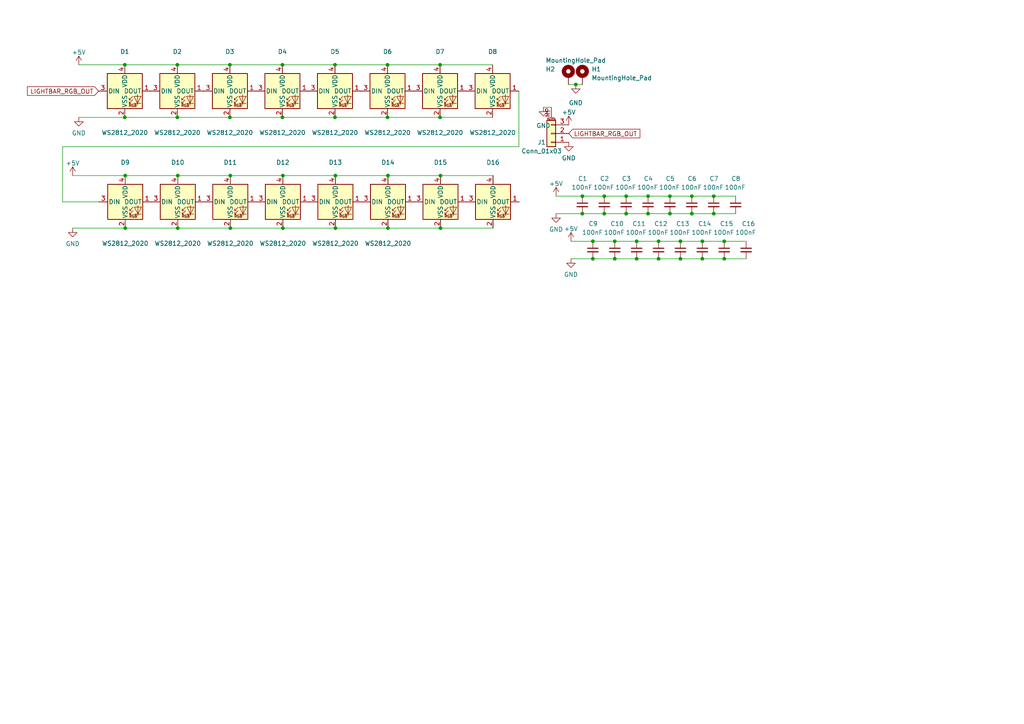
<source format=kicad_sch>
(kicad_sch (version 20230221) (generator eeschema)
  (paper "A4")
  (lib_symbols
    (symbol "Connector_Generic_MountingPin:Conn_01x03_MountingPin" (pin_names (offset 1.016) hide)
      (property "Reference" "J" (at 0 5.08 0))
      (property "Value" "Conn_01x03_MountingPin" (at 1.27 -5.08 0))
      (symbol "Conn_01x03_MountingPin_1_1"
        (rectangle (start -1.27 -2.413) (end 0 -2.667) (stroke (width 0.1524)))
        (rectangle (start -1.27 0.127) (end 0 -0.127) (stroke (width 0.1524)))
        (rectangle (start -1.27 2.667) (end 0 2.413) (stroke (width 0.1524)))
        (rectangle (start -1.27 3.81) (end 1.27 -3.81) (stroke (width 0.254)) (fill (type background)))
        (polyline (pts (xy -1.016 -4.572) (xy 1.016 -4.572)) (stroke (width 0.1524)))
        (text "Mounting" (at 0 -4.191 0) (effects (font (size 0.381 0.381))))
        (pin passive line (at -5.08 2.54 0) (length 3.81) (name "Pin_1") (number "1"))
        (pin passive line (at -5.08 0 0) (length 3.81) (name "Pin_2") (number "2"))
        (pin passive line (at -5.08 -2.54 0) (length 3.81) (name "Pin_3") (number "3"))
        (pin passive line (at 0 -7.62 90) (length 3.048) (name "MountPin") (number "MP"))
      )
    )
    (symbol "Device:C_Small" (pin_numbers hide) (pin_names (offset 0.254) hide)
      (property "Reference" "C" (at 0.254 1.778 0))
      (property "Value" "C_Small" (at 0.254 -2.032 0))
      (symbol "C_Small_0_1"
        (polyline (pts (xy -1.524 -0.508) (xy 1.524 -0.508)) (stroke (width 0.3302)))
        (polyline (pts (xy -1.524 0.508) (xy 1.524 0.508)) (stroke (width 0.3048)))
      )
      (symbol "C_Small_1_1"
        (pin passive line (at 0 2.54 270) (length 2.032) (name "~") (number "1"))
        (pin passive line (at 0 -2.54 90) (length 2.032) (name "~") (number "2"))
      )
    )
    (symbol "GND_1" (power) (pin_names (offset 0))
      (property "Value" "GND" (at 0 -3.81 0))
      (symbol "GND_1_0_1"
        (polyline (pts (xy 0 0) (xy 0 -1.27) (xy 1.27 -1.27) (xy 0 -2.54) (xy -1.27 -1.27) (xy 0 -1.27)))
      )
      (symbol "GND_1_1_1"
        (pin power_in line (at 0 0 270) (length 0) hide (name "GND") (number "1"))
      )
    )
    (symbol "Mechanical:MountingHole_Pad" (pin_numbers hide) (pin_names (offset 1.016) hide)
      (property "Reference" "H" (at 0 6.35 0))
      (property "Value" "MountingHole_Pad" (at 0 4.445 0))
      (symbol "MountingHole_Pad_0_1"
        (circle (center 0 1.27) (radius 1.27) (stroke (width 1.27)))
      )
      (symbol "MountingHole_Pad_1_1"
        (pin input line (at 0 -2.54 90) (length 2.54) (name "1") (number "1"))
      )
    )
    (symbol "marbastlib-various:WS2812_2020" (pin_names (offset 0.254))
      (property "Reference" "D" (at 5.08 5.715 0))
      (property "Value" "WS2812_2020" (at 1.27 -5.715 0))
      (symbol "WS2812_2020_0_0"
        (text "RGB" (at 2.286 -4.191 0) (effects (font (size 0.762 0.762))))
      )
      (symbol "WS2812_2020_0_1"
        (polyline (pts (xy 1.27 -3.556) (xy 1.778 -3.556)))
        (polyline (pts (xy 1.27 -2.54) (xy 1.778 -2.54)))
        (polyline (pts (xy 4.699 -3.556) (xy 2.667 -3.556)))
        (polyline (pts (xy 2.286 -2.54) (xy 1.27 -3.556) (xy 1.27 -3.048)))
        (polyline (pts (xy 2.286 -1.524) (xy 1.27 -2.54) (xy 1.27 -2.032)))
        (polyline (pts (xy 3.683 -1.016) (xy 3.683 -3.556) (xy 3.683 -4.064)))
        (polyline (pts (xy 4.699 -1.524) (xy 2.667 -1.524) (xy 3.683 -3.556) (xy 4.699 -1.524)))
        (rectangle (start 5.08 5.08) (end -5.08 -5.08) (stroke (width 0.254)) (fill (type background)))
      )
      (symbol "WS2812_2020_1_1"
        (pin output line (at 7.62 0 180) (length 2.54) (name "DOUT") (number "1"))
        (pin power_in line (at 0 -7.62 90) (length 2.54) (name "VSS") (number "2"))
        (pin input line (at -7.62 0 0) (length 2.54) (name "DIN") (number "3"))
        (pin power_in line (at 0 7.62 270) (length 2.54) (name "VDD") (number "4"))
      )
    )
    (symbol "power:+5V" (power) (pin_names (offset 0))
      (property "Value" "+5V" (at 0 3.556 0))
      (symbol "+5V_0_1"
        (polyline (pts (xy -0.762 1.27) (xy 0 2.54)))
        (polyline (pts (xy 0 0) (xy 0 2.54)))
        (polyline (pts (xy 0 2.54) (xy 0.762 1.27)))
      )
      (symbol "+5V_1_1"
        (pin power_in line (at 0 0 90) (length 0) hide (name "+5V") (number "1"))
      )
    )
    (symbol "power:GND" (power) (pin_names (offset 0))
      (property "Value" "GND" (at 0 -3.81 0))
      (symbol "GND_0_1"
        (polyline (pts (xy 0 0) (xy 0 -1.27) (xy 1.27 -1.27) (xy 0 -2.54) (xy -1.27 -1.27) (xy 0 -1.27)))
      )
      (symbol "GND_1_1"
        (pin power_in line (at 0 0 270) (length 0) hide (name "GND") (number "1"))
      )
    )
  )
  (junction (at 127.762 66.167))
  (junction (at 168.91 61.976))
  (junction (at 36.322 50.927))
  (junction (at 127.762 50.927))
  (junction (at 81.915 18.796))
  (junction (at 97.282 50.927))
  (junction (at 51.435 18.796))
  (junction (at 97.155 34.036))
  (junction (at 178.308 69.977))
  (junction (at 36.322 66.167))
  (junction (at 203.708 75.057))
  (junction (at 194.31 61.976))
  (junction (at 187.96 61.976))
  (junction (at 112.522 50.927))
  (junction (at 36.195 18.796))
  (junction (at 66.802 66.167))
  (junction (at 82.042 50.927))
  (junction (at 203.708 69.977))
  (junction (at 200.66 56.896))
  (junction (at 66.675 18.796))
  (junction (at 51.562 50.927))
  (junction (at 184.658 75.057))
  (junction (at 175.26 61.976))
  (junction (at 171.958 69.977))
  (junction (at 81.915 34.036))
  (junction (at 51.435 34.036))
  (junction (at 210.058 75.057))
  (junction (at 112.522 66.167))
  (junction (at 82.042 66.167))
  (junction (at 66.802 50.927))
  (junction (at 112.395 18.796))
  (junction (at 66.675 34.036))
  (junction (at 181.61 61.976))
  (junction (at 207.01 56.896))
  (junction (at 197.358 69.977))
  (junction (at 178.308 75.057))
  (junction (at 181.61 56.896))
  (junction (at 127.635 34.036))
  (junction (at 187.96 56.896))
  (junction (at 168.91 56.896))
  (junction (at 97.155 18.796))
  (junction (at 197.358 75.057))
  (junction (at 97.282 66.167))
  (junction (at 175.26 56.896))
  (junction (at 112.395 34.036))
  (junction (at 191.008 75.057))
  (junction (at 194.31 56.896))
  (junction (at 184.658 69.977))
  (junction (at 210.058 69.977))
  (junction (at 167.005 24.511))
  (junction (at 36.195 34.036))
  (junction (at 200.66 61.976))
  (junction (at 191.008 69.977))
  (junction (at 51.562 66.167))
  (junction (at 127.635 18.796))
  (junction (at 207.01 61.976))
  (junction (at 171.958 75.057))
  (wire (pts (xy 18.161 58.547) (xy 28.702 58.547)))
  (wire (pts (xy 187.96 56.896) (xy 194.31 56.896)))
  (wire (pts (xy 127.762 50.927) (xy 143.002 50.927)))
  (wire (pts (xy 97.282 50.927) (xy 112.522 50.927)))
  (wire (pts (xy 184.658 69.977) (xy 191.008 69.977)))
  (wire (pts (xy 127.635 18.796) (xy 112.395 18.796)))
  (wire (pts (xy 178.308 69.977) (xy 184.658 69.977)))
  (wire (pts (xy 97.155 18.796) (xy 81.915 18.796)))
  (wire (pts (xy 36.195 34.036) (xy 51.435 34.036)))
  (wire (pts (xy 82.042 50.927) (xy 97.282 50.927)))
  (wire (pts (xy 97.155 34.036) (xy 112.395 34.036)))
  (wire (pts (xy 200.66 56.896) (xy 207.01 56.896)))
  (wire (pts (xy 181.61 56.896) (xy 187.96 56.896)))
  (wire (pts (xy 168.91 56.896) (xy 175.26 56.896)))
  (wire (pts (xy 97.282 66.167) (xy 112.522 66.167)))
  (wire (pts (xy 197.358 75.057) (xy 203.708 75.057)))
  (wire (pts (xy 142.875 18.796) (xy 127.635 18.796)))
  (wire (pts (xy 157.607 31.115) (xy 159.893 31.115)))
  (wire (pts (xy 207.01 56.896) (xy 213.36 56.896)))
  (wire (pts (xy 167.005 24.511) (xy 168.91 24.511)))
  (wire (pts (xy 51.435 34.036) (xy 66.675 34.036)))
  (wire (pts (xy 210.058 69.977) (xy 216.408 69.977)))
  (wire (pts (xy 22.86 34.036) (xy 36.195 34.036)))
  (wire (pts (xy 207.01 61.976) (xy 213.36 61.976)))
  (wire (pts (xy 127.635 34.036) (xy 142.875 34.036)))
  (wire (pts (xy 210.058 75.057) (xy 216.408 75.057)))
  (wire (pts (xy 187.96 61.976) (xy 194.31 61.976)))
  (wire (pts (xy 161.29 56.896) (xy 168.91 56.896)))
  (wire (pts (xy 18.161 42.545) (xy 18.161 58.547)))
  (wire (pts (xy 165.608 69.977) (xy 171.958 69.977)))
  (wire (pts (xy 168.91 61.976) (xy 175.26 61.976)))
  (wire (pts (xy 150.495 26.416) (xy 150.495 42.545)))
  (wire (pts (xy 191.008 75.057) (xy 197.358 75.057)))
  (wire (pts (xy 164.846 24.511) (xy 167.005 24.511)))
  (wire (pts (xy 112.395 18.796) (xy 97.155 18.796)))
  (wire (pts (xy 82.042 66.167) (xy 97.282 66.167)))
  (wire (pts (xy 175.26 61.976) (xy 181.61 61.976)))
  (wire (pts (xy 66.802 66.167) (xy 82.042 66.167)))
  (wire (pts (xy 171.958 75.057) (xy 178.308 75.057)))
  (wire (pts (xy 81.915 18.796) (xy 66.675 18.796)))
  (wire (pts (xy 112.522 66.167) (xy 127.762 66.167)))
  (wire (pts (xy 191.008 69.977) (xy 197.358 69.977)))
  (wire (pts (xy 175.26 56.896) (xy 181.61 56.896)))
  (wire (pts (xy 181.61 61.976) (xy 187.96 61.976)))
  (wire (pts (xy 51.562 50.927) (xy 66.802 50.927)))
  (wire (pts (xy 51.435 18.796) (xy 36.195 18.796)))
  (wire (pts (xy 127.762 66.167) (xy 143.002 66.167)))
  (wire (pts (xy 112.395 34.036) (xy 127.635 34.036)))
  (wire (pts (xy 51.562 50.927) (xy 36.322 50.927)))
  (wire (pts (xy 36.322 66.167) (xy 51.562 66.167)))
  (wire (pts (xy 165.608 75.057) (xy 171.958 75.057)))
  (wire (pts (xy 203.708 75.057) (xy 210.058 75.057)))
  (wire (pts (xy 194.31 56.896) (xy 200.66 56.896)))
  (wire (pts (xy 112.522 50.927) (xy 127.762 50.927)))
  (wire (pts (xy 161.29 61.976) (xy 168.91 61.976)))
  (wire (pts (xy 66.802 50.927) (xy 82.042 50.927)))
  (wire (pts (xy 178.308 75.057) (xy 184.658 75.057)))
  (wire (pts (xy 184.658 75.057) (xy 191.008 75.057)))
  (wire (pts (xy 203.708 69.977) (xy 210.058 69.977)))
  (wire (pts (xy 36.195 18.796) (xy 22.86 18.796)))
  (wire (pts (xy 66.675 18.796) (xy 51.435 18.796)))
  (wire (pts (xy 194.31 61.976) (xy 200.66 61.976)))
  (wire (pts (xy 171.958 69.977) (xy 178.308 69.977)))
  (wire (pts (xy 81.915 34.036) (xy 97.155 34.036)))
  (wire (pts (xy 197.358 69.977) (xy 203.708 69.977)))
  (wire (pts (xy 200.66 61.976) (xy 207.01 61.976)))
  (wire (pts (xy 18.161 42.545) (xy 150.495 42.545)))
  (wire (pts (xy 21.082 66.167) (xy 36.322 66.167)))
  (wire (pts (xy 66.675 34.036) (xy 81.915 34.036)))
  (wire (pts (xy 51.562 66.167) (xy 66.802 66.167)))
  (wire (pts (xy 36.322 50.927) (xy 21.082 50.927)))
  (global_label "LIGHTBAR_RGB_OUT" (shape input) (at 164.973 38.735 0) (property "Intersheetrefs" "${INTERSHEET_REFS}" (effects hide)))
  (global_label "LIGHTBAR_RGB_OUT" (shape input) (at 28.575 26.416 180) (property "Intersheetrefs" "${INTERSHEET_REFS}" (effects hide)))
  (symbol (lib_id "power:GND") (at 165.608 75.057 0) (unit 1)
    (property "Reference" "#PWR012" (effects hide))
    (property "Value" "GND" (at 165.608 79.6195 0))
  )
  (symbol (lib_name "GND_1") (lib_id "power:GND") (at 157.607 31.115 0) (unit 1)
    (property "Reference" "#PWR05" (effects hide))
    (property "Value" "GND" (at 157.607 36.449 0))
  )
  (symbol (lib_id "Device:C_Small") (at 168.91 59.436 0) (unit 1)
    (property "Reference" "C1" (at 167.64 51.816 0) (effects (justify left)))
    (property "Value" "100nF" (at 165.735 54.356 0) (effects (justify left)))
    (property "Footprint" "Capacitor_SMD:C_0402_1005Metric" (effects hide))
    (property "LCSC" "C1525" (effects hide))
  )
  (symbol (lib_id "marbastlib-various:WS2812_2020") (at 97.282 58.547 0) (unit 1)
    (property "Reference" "D13" (at 97.282 47.117 0))
    (property "Value" "WS2812_2020" (at 97.282 70.612 0))
    (property "Footprint" "marbastlib-various:LED_WS2812_2020" (effects hide))
    (property "Datasheet" "https://www.world-semi.com/DownLoadFile/139" (effects hide))
  )
  (symbol (lib_id "marbastlib-various:WS2812_2020") (at 81.915 26.416 0) (unit 1)
    (property "Reference" "D4" (at 81.915 14.986 0))
    (property "Value" "WS2812_2020" (at 81.915 38.481 0))
    (property "Footprint" "marbastlib-various:LED_WS2812_2020" (effects hide))
    (property "Datasheet" "https://www.world-semi.com/DownLoadFile/139" (effects hide))
  )
  (symbol (lib_id "Device:C_Small") (at 216.408 72.517 0) (unit 1)
    (property "Reference" "C16" (at 215.138 64.897 0) (effects (justify left)))
    (property "Value" "100nF" (at 213.233 67.437 0) (effects (justify left)))
    (property "Footprint" "Capacitor_SMD:C_0402_1005Metric" (effects hide))
    (property "LCSC" "C1525" (effects hide))
  )
  (symbol (lib_id "Device:C_Small") (at 187.96 59.436 0) (unit 1)
    (property "Reference" "C4" (at 186.69 51.816 0) (effects (justify left)))
    (property "Value" "100nF" (at 184.785 54.356 0) (effects (justify left)))
    (property "Footprint" "Capacitor_SMD:C_0402_1005Metric" (effects hide))
    (property "LCSC" "C1525" (effects hide))
  )
  (symbol (lib_id "marbastlib-various:WS2812_2020") (at 127.635 26.416 0) (unit 1)
    (property "Reference" "D7" (at 127.635 14.986 0))
    (property "Value" "WS2812_2020" (at 127.635 38.481 0))
    (property "Footprint" "marbastlib-various:LED_WS2812_2020" (effects hide))
    (property "Datasheet" "https://www.world-semi.com/DownLoadFile/139" (effects hide))
  )
  (symbol (lib_id "power:GND") (at 164.973 41.275 0) (unit 1)
    (property "Reference" "#PWR019" (effects hide))
    (property "Value" "GND" (at 164.973 45.8375 0))
  )
  (symbol (lib_id "marbastlib-various:WS2812_2020") (at 66.675 26.416 0) (unit 1)
    (property "Reference" "D3" (at 66.675 14.986 0))
    (property "Value" "WS2812_2020" (at 66.675 38.481 0))
    (property "Footprint" "marbastlib-various:LED_WS2812_2020" (effects hide))
    (property "Datasheet" "https://www.world-semi.com/DownLoadFile/139" (effects hide))
  )
  (symbol (lib_id "Device:C_Small") (at 194.31 59.436 0) (unit 1)
    (property "Reference" "C5" (at 193.04 51.816 0) (effects (justify left)))
    (property "Value" "100nF" (at 191.135 54.356 0) (effects (justify left)))
    (property "Footprint" "Capacitor_SMD:C_0402_1005Metric" (effects hide))
    (property "LCSC" "C1525" (effects hide))
  )
  (symbol (lib_id "Device:C_Small") (at 181.61 59.436 0) (unit 1)
    (property "Reference" "C3" (at 180.34 51.816 0) (effects (justify left)))
    (property "Value" "100nF" (at 178.435 54.356 0) (effects (justify left)))
    (property "Footprint" "Capacitor_SMD:C_0402_1005Metric" (effects hide))
    (property "LCSC" "C1525" (effects hide))
  )
  (symbol (lib_id "power:+5V") (at 22.86 18.796 0) (unit 1)
    (property "Reference" "#PWR01" (effects hide))
    (property "Value" "+5V" (at 22.86 15.1915 0))
  )
  (symbol (lib_id "Device:C_Small") (at 191.008 72.517 0) (unit 1)
    (property "Reference" "C12" (at 189.738 64.897 0) (effects (justify left)))
    (property "Value" "100nF" (at 187.833 67.437 0) (effects (justify left)))
    (property "Footprint" "Capacitor_SMD:C_0402_1005Metric" (effects hide))
    (property "LCSC" "C1525" (effects hide))
  )
  (symbol (lib_name "GND_1") (lib_id "power:GND") (at 167.005 24.511 0) (unit 1)
    (property "Reference" "#PWR017" (effects hide))
    (property "Value" "GND" (at 167.005 29.845 0))
  )
  (symbol (lib_id "power:GND") (at 22.86 34.036 0) (unit 1)
    (property "Reference" "#PWR02" (effects hide))
    (property "Value" "GND" (at 22.86 38.5985 0))
  )
  (symbol (lib_id "power:+5V") (at 21.082 50.927 0) (mirror y) (unit 1)
    (property "Reference" "#PWR03" (effects hide))
    (property "Value" "+5V" (at 21.082 47.3225 0))
  )
  (symbol (lib_id "marbastlib-various:WS2812_2020") (at 143.002 58.547 0) (unit 1)
    (property "Reference" "D16" (at 143.002 47.117 0))
    (property "Value" "WS2812_2020" (effects hide))
    (property "Footprint" "marbastlib-various:LED_WS2812_2020" (effects hide))
    (property "Datasheet" "https://www.world-semi.com/DownLoadFile/139" (effects hide))
  )
  (symbol (lib_id "power:GND") (at 161.29 61.976 0) (unit 1)
    (property "Reference" "#PWR010" (effects hide))
    (property "Value" "GND" (at 161.29 66.5385 0))
  )
  (symbol (lib_id "power:GND") (at 21.082 66.167 0) (mirror y) (unit 1)
    (property "Reference" "#PWR04" (effects hide))
    (property "Value" "GND" (at 21.082 70.7295 0))
  )
  (symbol (lib_id "Mechanical:MountingHole_Pad") (at 168.91 21.971 0) (unit 1)
    (property "Reference" "H1" (at 171.577 20.066 0) (effects (justify left)))
    (property "Value" "MountingHole_Pad" (at 171.577 22.606 0) (effects (justify left)))
    (property "Footprint" "MountingHole:MountingHole_3.2mm_M3_DIN965_Pad_TopBottom" (effects hide))
  )
  (symbol (lib_id "marbastlib-various:WS2812_2020") (at 82.042 58.547 0) (unit 1)
    (property "Reference" "D12" (at 82.042 47.117 0))
    (property "Value" "WS2812_2020" (at 82.042 70.612 0))
    (property "Footprint" "marbastlib-various:LED_WS2812_2020" (effects hide))
    (property "Datasheet" "https://www.world-semi.com/DownLoadFile/139" (effects hide))
  )
  (symbol (lib_id "marbastlib-various:WS2812_2020") (at 51.562 58.547 0) (unit 1)
    (property "Reference" "D10" (at 51.562 47.117 0))
    (property "Value" "WS2812_2020" (at 51.562 70.612 0))
    (property "Footprint" "marbastlib-various:LED_WS2812_2020" (effects hide))
    (property "Datasheet" "https://www.world-semi.com/DownLoadFile/139" (effects hide))
  )
  (symbol (lib_id "marbastlib-various:WS2812_2020") (at 112.395 26.416 0) (unit 1)
    (property "Reference" "D6" (at 112.395 14.986 0))
    (property "Value" "WS2812_2020" (at 112.395 38.481 0))
    (property "Footprint" "marbastlib-various:LED_WS2812_2020" (effects hide))
    (property "Datasheet" "https://www.world-semi.com/DownLoadFile/139" (effects hide))
  )
  (symbol (lib_id "marbastlib-various:WS2812_2020") (at 97.155 26.416 0) (unit 1)
    (property "Reference" "D5" (at 97.155 14.986 0))
    (property "Value" "WS2812_2020" (at 97.155 38.481 0))
    (property "Footprint" "marbastlib-various:LED_WS2812_2020" (effects hide))
    (property "Datasheet" "https://www.world-semi.com/DownLoadFile/139" (effects hide))
  )
  (symbol (lib_id "Device:C_Small") (at 200.66 59.436 0) (unit 1)
    (property "Reference" "C6" (at 199.39 51.816 0) (effects (justify left)))
    (property "Value" "100nF" (at 197.485 54.356 0) (effects (justify left)))
    (property "Footprint" "Capacitor_SMD:C_0402_1005Metric" (effects hide))
    (property "LCSC" "C1525" (effects hide))
  )
  (symbol (lib_id "marbastlib-various:WS2812_2020") (at 112.522 58.547 0) (unit 1)
    (property "Reference" "D14" (at 112.522 47.117 0))
    (property "Value" "WS2812_2020" (at 112.522 70.612 0))
    (property "Footprint" "marbastlib-various:LED_WS2812_2020" (effects hide))
    (property "Datasheet" "https://www.world-semi.com/DownLoadFile/139" (effects hide))
  )
  (symbol (lib_id "Connector_Generic_MountingPin:Conn_01x03_MountingPin") (at 159.893 38.735 180) (unit 1)
    (property "Reference" "J1" (at 157.099 41.275 0))
    (property "Value" "Conn_01x03" (at 157.099 43.815 0))
    (property "Footprint" "Connector_Molex:Molex_Pico-EZmate_78171-0003_1x03-1MP_P1.20mm_Vertical" (effects hide))
  )
  (symbol (lib_id "Device:C_Small") (at 203.708 72.517 0) (unit 1)
    (property "Reference" "C14" (at 202.438 64.897 0) (effects (justify left)))
    (property "Value" "100nF" (at 200.533 67.437 0) (effects (justify left)))
    (property "Footprint" "Capacitor_SMD:C_0402_1005Metric" (effects hide))
    (property "LCSC" "C1525" (effects hide))
  )
  (symbol (lib_id "marbastlib-various:WS2812_2020") (at 142.875 26.416 0) (unit 1)
    (property "Reference" "D8" (at 142.875 14.986 0))
    (property "Value" "WS2812_2020" (at 142.875 38.481 0))
    (property "Footprint" "marbastlib-various:LED_WS2812_2020" (effects hide))
    (property "Datasheet" "https://www.world-semi.com/DownLoadFile/139" (effects hide))
  )
  (symbol (lib_id "Device:C_Small") (at 175.26 59.436 0) (unit 1)
    (property "Reference" "C2" (at 173.99 51.816 0) (effects (justify left)))
    (property "Value" "100nF" (at 172.085 54.356 0) (effects (justify left)))
    (property "Footprint" "Capacitor_SMD:C_0402_1005Metric" (effects hide))
    (property "LCSC" "C1525" (effects hide))
  )
  (symbol (lib_id "power:+5V") (at 161.29 56.896 0) (unit 1)
    (property "Reference" "#PWR09" (effects hide))
    (property "Value" "+5V" (at 161.29 53.2915 0))
  )
  (symbol (lib_id "Device:C_Small") (at 178.308 72.517 0) (unit 1)
    (property "Reference" "C10" (at 177.038 64.897 0) (effects (justify left)))
    (property "Value" "100nF" (at 175.133 67.437 0) (effects (justify left)))
    (property "Footprint" "Capacitor_SMD:C_0402_1005Metric" (effects hide))
    (property "LCSC" "C1525" (effects hide))
  )
  (symbol (lib_id "marbastlib-various:WS2812_2020") (at 51.435 26.416 0) (unit 1)
    (property "Reference" "D2" (at 51.435 14.986 0))
    (property "Value" "WS2812_2020" (at 51.435 38.481 0))
    (property "Footprint" "marbastlib-various:LED_WS2812_2020" (effects hide))
    (property "Datasheet" "https://www.world-semi.com/DownLoadFile/139" (effects hide))
  )
  (symbol (lib_id "power:+5V") (at 164.973 36.195 0) (unit 1)
    (property "Reference" "#PWR018" (effects hide))
    (property "Value" "+5V" (at 164.973 32.5905 0))
  )
  (symbol (lib_id "Device:C_Small") (at 171.958 72.517 0) (unit 1)
    (property "Reference" "C9" (at 170.688 64.897 0) (effects (justify left)))
    (property "Value" "100nF" (at 168.783 67.437 0) (effects (justify left)))
    (property "Footprint" "Capacitor_SMD:C_0402_1005Metric" (effects hide))
    (property "LCSC" "C1525" (effects hide))
  )
  (symbol (lib_id "marbastlib-various:WS2812_2020") (at 127.762 58.547 0) (unit 1)
    (property "Reference" "D15" (at 127.762 47.117 0))
    (property "Value" "WS2812_2020" (effects hide))
    (property "Footprint" "marbastlib-various:LED_WS2812_2020" (effects hide))
    (property "Datasheet" "https://www.world-semi.com/DownLoadFile/139" (effects hide))
  )
  (symbol (lib_id "Device:C_Small") (at 197.358 72.517 0) (unit 1)
    (property "Reference" "C13" (at 196.088 64.897 0) (effects (justify left)))
    (property "Value" "100nF" (at 194.183 67.437 0) (effects (justify left)))
    (property "Footprint" "Capacitor_SMD:C_0402_1005Metric" (effects hide))
    (property "LCSC" "C1525" (effects hide))
  )
  (symbol (lib_id "Device:C_Small") (at 213.36 59.436 0) (unit 1)
    (property "Reference" "C8" (at 212.09 51.816 0) (effects (justify left)))
    (property "Value" "100nF" (at 210.185 54.356 0) (effects (justify left)))
    (property "Footprint" "Capacitor_SMD:C_0402_1005Metric" (effects hide))
    (property "LCSC" "C1525" (effects hide))
  )
  (symbol (lib_id "Device:C_Small") (at 210.058 72.517 0) (unit 1)
    (property "Reference" "C15" (at 208.788 64.897 0) (effects (justify left)))
    (property "Value" "100nF" (at 206.883 67.437 0) (effects (justify left)))
    (property "Footprint" "Capacitor_SMD:C_0402_1005Metric" (effects hide))
    (property "LCSC" "C1525" (effects hide))
  )
  (symbol (lib_id "Mechanical:MountingHole_Pad") (at 164.846 21.971 0) (unit 1)
    (property "Reference" "H2" (at 158.242 20.066 0) (effects (justify left)))
    (property "Value" "MountingHole_Pad" (at 158.242 17.526 0) (effects (justify left)))
    (property "Footprint" "MountingHole:MountingHole_3.2mm_M3_DIN965_Pad_TopBottom" (effects hide))
  )
  (symbol (lib_id "Device:C_Small") (at 184.658 72.517 0) (unit 1)
    (property "Reference" "C11" (at 183.388 64.897 0) (effects (justify left)))
    (property "Value" "100nF" (at 181.483 67.437 0) (effects (justify left)))
    (property "Footprint" "Capacitor_SMD:C_0402_1005Metric" (effects hide))
    (property "LCSC" "C1525" (effects hide))
  )
  (symbol (lib_id "Device:C_Small") (at 207.01 59.436 0) (unit 1)
    (property "Reference" "C7" (at 205.74 51.816 0) (effects (justify left)))
    (property "Value" "100nF" (at 203.835 54.356 0) (effects (justify left)))
    (property "Footprint" "Capacitor_SMD:C_0402_1005Metric" (effects hide))
    (property "LCSC" "C1525" (effects hide))
  )
  (symbol (lib_id "marbastlib-various:WS2812_2020") (at 36.195 26.416 0) (unit 1)
    (property "Reference" "D1" (at 36.195 14.986 0))
    (property "Value" "WS2812_2020" (at 36.195 38.481 0))
    (property "Footprint" "marbastlib-various:LED_WS2812_2020" (effects hide))
    (property "Datasheet" "https://www.world-semi.com/DownLoadFile/139" (effects hide))
  )
  (symbol (lib_id "power:+5V") (at 165.608 69.977 0) (unit 1)
    (property "Reference" "#PWR011" (effects hide))
    (property "Value" "+5V" (at 165.608 66.3725 0))
  )
  (symbol (lib_id "marbastlib-various:WS2812_2020") (at 36.322 58.547 0) (unit 1)
    (property "Reference" "D9" (at 36.322 47.117 0))
    (property "Value" "WS2812_2020" (at 36.322 70.612 0))
    (property "Footprint" "marbastlib-various:LED_WS2812_2020" (effects hide))
    (property "Datasheet" "https://www.world-semi.com/DownLoadFile/139" (effects hide))
  )
  (symbol (lib_id "marbastlib-various:WS2812_2020") (at 66.802 58.547 0) (unit 1)
    (property "Reference" "D11" (at 66.802 47.117 0))
    (property "Value" "WS2812_2020" (at 66.802 70.612 0))
    (property "Footprint" "marbastlib-various:LED_WS2812_2020" (effects hide))
    (property "Datasheet" "https://www.world-semi.com/DownLoadFile/139" (effects hide))
  )
)
</source>
